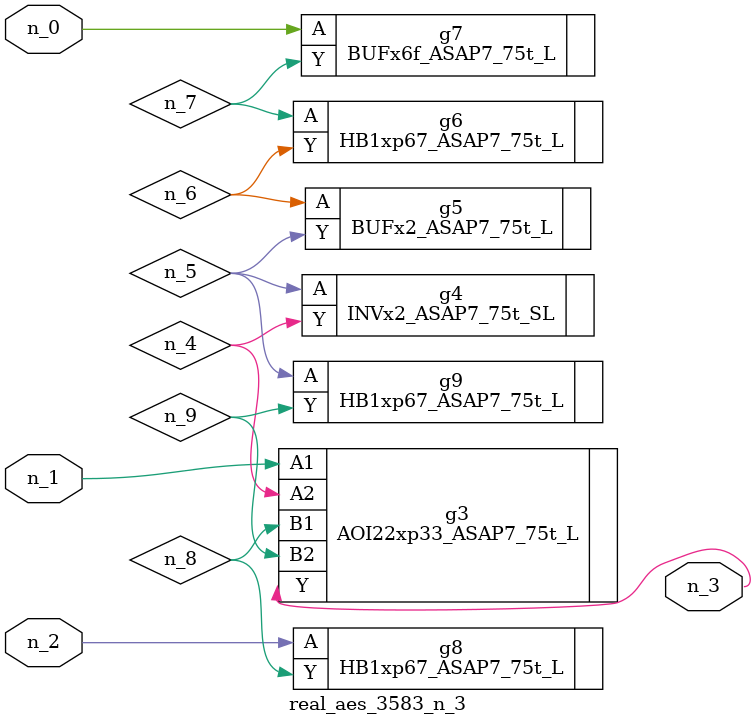
<source format=v>
module real_aes_3583_n_3 (n_0, n_2, n_1, n_3);
input n_0;
input n_2;
input n_1;
output n_3;
wire n_4;
wire n_5;
wire n_7;
wire n_8;
wire n_9;
wire n_6;
BUFx6f_ASAP7_75t_L g7 ( .A(n_0), .Y(n_7) );
AOI22xp33_ASAP7_75t_L g3 ( .A1(n_1), .A2(n_4), .B1(n_8), .B2(n_9), .Y(n_3) );
HB1xp67_ASAP7_75t_L g8 ( .A(n_2), .Y(n_8) );
INVx2_ASAP7_75t_SL g4 ( .A(n_5), .Y(n_4) );
HB1xp67_ASAP7_75t_L g9 ( .A(n_5), .Y(n_9) );
BUFx2_ASAP7_75t_L g5 ( .A(n_6), .Y(n_5) );
HB1xp67_ASAP7_75t_L g6 ( .A(n_7), .Y(n_6) );
endmodule
</source>
